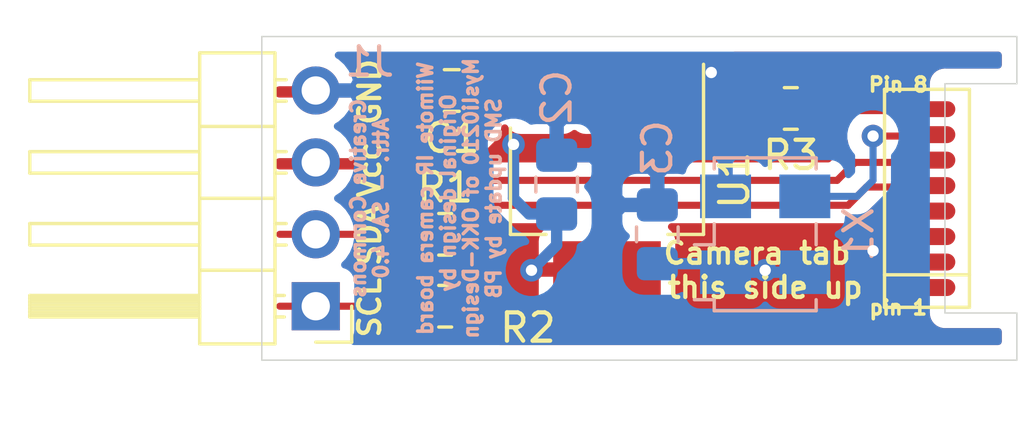
<source format=kicad_pcb>
(kicad_pcb (version 20171130) (host pcbnew "(5.1.12)-1")

  (general
    (thickness 1.6)
    (drawings 17)
    (tracks 54)
    (zones 0)
    (modules 10)
    (nets 8)
  )

  (page A4)
  (layers
    (0 F.Cu signal)
    (31 B.Cu signal)
    (32 B.Adhes user)
    (33 F.Adhes user)
    (34 B.Paste user)
    (35 F.Paste user)
    (36 B.SilkS user)
    (37 F.SilkS user)
    (38 B.Mask user)
    (39 F.Mask user)
    (40 Dwgs.User user)
    (41 Cmts.User user)
    (42 Eco1.User user)
    (43 Eco2.User user)
    (44 Edge.Cuts user)
    (45 Margin user)
    (46 B.CrtYd user)
    (47 F.CrtYd user)
    (48 B.Fab user)
    (49 F.Fab user)
  )

  (setup
    (last_trace_width 0.25)
    (user_trace_width 0.4)
    (trace_clearance 0.2)
    (zone_clearance 0.508)
    (zone_45_only no)
    (trace_min 0.2)
    (via_size 0.8)
    (via_drill 0.4)
    (via_min_size 0.4)
    (via_min_drill 0.3)
    (uvia_size 0.3)
    (uvia_drill 0.1)
    (uvias_allowed no)
    (uvia_min_size 0.2)
    (uvia_min_drill 0.1)
    (edge_width 0.05)
    (segment_width 0.2)
    (pcb_text_width 0.3)
    (pcb_text_size 1.5 1.5)
    (mod_edge_width 0.12)
    (mod_text_size 1 1)
    (mod_text_width 0.15)
    (pad_size 0.5 2)
    (pad_drill 0)
    (pad_to_mask_clearance 0.051)
    (solder_mask_min_width 0.25)
    (aux_axis_origin 0 0)
    (grid_origin 0 124.41)
    (visible_elements 7FFFFFFF)
    (pcbplotparams
      (layerselection 0x010fc_ffffffff)
      (usegerberextensions true)
      (usegerberattributes true)
      (usegerberadvancedattributes false)
      (creategerberjobfile false)
      (excludeedgelayer true)
      (linewidth 0.100000)
      (plotframeref false)
      (viasonmask false)
      (mode 1)
      (useauxorigin false)
      (hpglpennumber 1)
      (hpglpenspeed 20)
      (hpglpendiameter 15.000000)
      (psnegative false)
      (psa4output false)
      (plotreference true)
      (plotvalue false)
      (plotinvisibletext false)
      (padsonsilk false)
      (subtractmaskfromsilk true)
      (outputformat 1)
      (mirror false)
      (drillshape 0)
      (scaleselection 1)
      (outputdirectory "Gerbers/"))
  )

  (net 0 "")
  (net 1 3v3)
  (net 2 CLK)
  (net 3 VCC)
  (net 4 i2c_SCL)
  (net 5 i2c_SDA)
  (net 6 "Net-(R3-Pad1)")
  (net 7 GND)

  (net_class Default "This is the default net class."
    (clearance 0.2)
    (trace_width 0.25)
    (via_dia 0.8)
    (via_drill 0.4)
    (uvia_dia 0.3)
    (uvia_drill 0.1)
    (add_net 3v3)
    (add_net CLK)
    (add_net GND)
    (add_net "Net-(R3-Pad1)")
    (add_net VCC)
    (add_net i2c_SCL)
    (add_net i2c_SDA)
  )

  (module Resistor_SMD:R_0805_2012Metric_Pad1.20x1.40mm_HandSolder (layer F.Cu) (tedit 5F68FEEE) (tstamp 626C9B65)
    (at 159.655 121.235 180)
    (descr "Resistor SMD 0805 (2012 Metric), square (rectangular) end terminal, IPC_7351 nominal with elongated pad for handsoldering. (Body size source: IPC-SM-782 page 72, https://www.pcb-3d.com/wordpress/wp-content/uploads/ipc-sm-782a_amendment_1_and_2.pdf), generated with kicad-footprint-generator")
    (tags "resistor handsolder")
    (path /5DBC175A)
    (attr smd)
    (fp_text reference R3 (at 0 -1.65) (layer F.SilkS)
      (effects (font (size 1 1) (thickness 0.15)))
    )
    (fp_text value 33k (at 0 1.65) (layer F.Fab)
      (effects (font (size 1 1) (thickness 0.15)))
    )
    (fp_line (start -1 0.625) (end -1 -0.625) (layer F.Fab) (width 0.1))
    (fp_line (start -1 -0.625) (end 1 -0.625) (layer F.Fab) (width 0.1))
    (fp_line (start 1 -0.625) (end 1 0.625) (layer F.Fab) (width 0.1))
    (fp_line (start 1 0.625) (end -1 0.625) (layer F.Fab) (width 0.1))
    (fp_line (start -0.227064 -0.735) (end 0.227064 -0.735) (layer F.SilkS) (width 0.12))
    (fp_line (start -0.227064 0.735) (end 0.227064 0.735) (layer F.SilkS) (width 0.12))
    (fp_line (start -1.85 0.95) (end -1.85 -0.95) (layer F.CrtYd) (width 0.05))
    (fp_line (start -1.85 -0.95) (end 1.85 -0.95) (layer F.CrtYd) (width 0.05))
    (fp_line (start 1.85 -0.95) (end 1.85 0.95) (layer F.CrtYd) (width 0.05))
    (fp_line (start 1.85 0.95) (end -1.85 0.95) (layer F.CrtYd) (width 0.05))
    (fp_text user %R (at 0 0) (layer F.Fab)
      (effects (font (size 0.5 0.5) (thickness 0.08)))
    )
    (pad 1 smd roundrect (at -1 0 180) (size 1.2 1.4) (layers F.Cu F.Paste F.Mask) (roundrect_rratio 0.2083325)
      (net 6 "Net-(R3-Pad1)"))
    (pad 2 smd roundrect (at 1 0 180) (size 1.2 1.4) (layers F.Cu F.Paste F.Mask) (roundrect_rratio 0.2083325)
      (net 1 3v3))
    (model ${KISYS3DMOD}/Resistor_SMD.3dshapes/R_0805_2012Metric.wrl
      (at (xyz 0 0 0))
      (scale (xyz 1 1 1))
      (rotate (xyz 0 0 0))
    )
  )

  (module wiicam:wii_ir_cam (layer F.Cu) (tedit 626D918C) (tstamp 626DECED)
    (at 164.465 124.41 90)
    (path /5DBBEB03)
    (fp_text reference U2 (at 0.108 -2.54 90) (layer F.SilkS) hide
      (effects (font (size 1 1) (thickness 0.15)))
    )
    (fp_text value wiimote_ir_camera (at 0 2.6 90) (layer F.Fab)
      (effects (font (size 1 1) (thickness 0.15)))
    )
    (fp_line (start -3.6 1.25) (end -3.6 -1.25) (layer F.CrtYd) (width 0.05))
    (fp_line (start 3.6 1.25) (end -3.6 1.25) (layer F.CrtYd) (width 0.05))
    (fp_line (start 3.6 -1.25) (end 3.6 1.25) (layer F.CrtYd) (width 0.05))
    (fp_line (start -3.6 -1.25) (end 3.6 -1.25) (layer F.CrtYd) (width 0.05))
    (fp_line (start -2.7 -1.5) (end -2.7 1.5) (layer F.SilkS) (width 0.12))
    (fp_line (start -3.85 1.5) (end -3.85 -1.5) (layer F.SilkS) (width 0.12))
    (fp_line (start 3.85 1.5) (end -3.85 1.5) (layer F.SilkS) (width 0.12))
    (fp_line (start 3.85 -1.5) (end 3.85 1.5) (layer F.SilkS) (width 0.12))
    (fp_line (start -3.85 -1.5) (end 3.85 -1.5) (layer F.SilkS) (width 0.12))
    (pad 8 smd oval (at 3.15 0 90) (size 0.56 2) (layers F.Cu F.Paste F.Mask)
      (net 6 "Net-(R3-Pad1)"))
    (pad 7 smd oval (at 2.25 0 90) (size 0.6 2) (layers F.Cu F.Paste F.Mask)
      (net 2 CLK))
    (pad 6 smd oval (at 1.35 0 90) (size 0.6 2) (layers F.Cu F.Paste F.Mask)
      (net 5 i2c_SDA))
    (pad 5 smd oval (at 0.45 0 90) (size 0.6 2) (layers F.Cu F.Paste F.Mask)
      (net 4 i2c_SCL))
    (pad 4 smd oval (at -0.45 0 90) (size 0.6 2) (layers F.Cu F.Paste F.Mask))
    (pad 3 smd oval (at -1.35 0 90) (size 0.6 2) (layers F.Cu F.Paste F.Mask)
      (net 7 GND))
    (pad 2 smd oval (at -2.25 0 90) (size 0.6 2) (layers F.Cu F.Paste F.Mask)
      (net 7 GND))
    (pad 1 smd oval (at -3.15 0 90) (size 0.6 2) (layers F.Cu F.Paste F.Mask)
      (net 1 3v3))
  )

  (module Capacitor_SMD:C_0805_2012Metric_Pad1.18x1.45mm_HandSolder (layer B.Cu) (tedit 5F68FEEF) (tstamp 626E1B18)
    (at 154.94 125.68 90)
    (descr "Capacitor SMD 0805 (2012 Metric), square (rectangular) end terminal, IPC_7351 nominal with elongated pad for handsoldering. (Body size source: IPC-SM-782 page 76, https://www.pcb-3d.com/wordpress/wp-content/uploads/ipc-sm-782a_amendment_1_and_2.pdf, https://docs.google.com/spreadsheets/d/1BsfQQcO9C6DZCsRaXUlFlo91Tg2WpOkGARC1WS5S8t0/edit?usp=sharing), generated with kicad-footprint-generator")
    (tags "capacitor handsolder")
    (path /5DBC553F)
    (attr smd)
    (fp_text reference C3 (at 3.048 0 90) (layer B.SilkS)
      (effects (font (size 1 1) (thickness 0.15)) (justify mirror))
    )
    (fp_text value 10nF (at 0 -1.68 90) (layer B.Fab)
      (effects (font (size 1 1) (thickness 0.15)) (justify mirror))
    )
    (fp_line (start 1.88 -0.98) (end -1.88 -0.98) (layer B.CrtYd) (width 0.05))
    (fp_line (start 1.88 0.98) (end 1.88 -0.98) (layer B.CrtYd) (width 0.05))
    (fp_line (start -1.88 0.98) (end 1.88 0.98) (layer B.CrtYd) (width 0.05))
    (fp_line (start -1.88 -0.98) (end -1.88 0.98) (layer B.CrtYd) (width 0.05))
    (fp_line (start -0.261252 -0.735) (end 0.261252 -0.735) (layer B.SilkS) (width 0.12))
    (fp_line (start -0.261252 0.735) (end 0.261252 0.735) (layer B.SilkS) (width 0.12))
    (fp_line (start 1 -0.625) (end -1 -0.625) (layer B.Fab) (width 0.1))
    (fp_line (start 1 0.625) (end 1 -0.625) (layer B.Fab) (width 0.1))
    (fp_line (start -1 0.625) (end 1 0.625) (layer B.Fab) (width 0.1))
    (fp_line (start -1 -0.625) (end -1 0.625) (layer B.Fab) (width 0.1))
    (fp_text user %R (at 0 0 90) (layer B.Fab)
      (effects (font (size 0.5 0.5) (thickness 0.08)) (justify mirror))
    )
    (pad 2 smd roundrect (at 1.0375 0 90) (size 1.175 1.45) (layers B.Cu B.Paste B.Mask) (roundrect_rratio 0.2127659574468085)
      (net 7 GND))
    (pad 1 smd roundrect (at -1.0375 0 90) (size 1.175 1.45) (layers B.Cu B.Paste B.Mask) (roundrect_rratio 0.2127659574468085)
      (net 1 3v3))
    (model ${KISYS3DMOD}/Capacitor_SMD.3dshapes/C_0805_2012Metric.wrl
      (at (xyz 0 0 0))
      (scale (xyz 1 1 1))
      (rotate (xyz 0 0 0))
    )
  )

  (module Capacitor_SMD:C_0805_2012Metric_Pad1.18x1.45mm_HandSolder (layer F.Cu) (tedit 5F68FEEF) (tstamp 626C9D81)
    (at 147.6795 120.6 180)
    (descr "Capacitor SMD 0805 (2012 Metric), square (rectangular) end terminal, IPC_7351 nominal with elongated pad for handsoldering. (Body size source: IPC-SM-782 page 76, https://www.pcb-3d.com/wordpress/wp-content/uploads/ipc-sm-782a_amendment_1_and_2.pdf, https://docs.google.com/spreadsheets/d/1BsfQQcO9C6DZCsRaXUlFlo91Tg2WpOkGARC1WS5S8t0/edit?usp=sharing), generated with kicad-footprint-generator")
    (tags "capacitor handsolder")
    (path /626C4A64)
    (attr smd)
    (fp_text reference C1 (at 0 -1.68 180) (layer F.SilkS)
      (effects (font (size 1 1) (thickness 0.15)))
    )
    (fp_text value 10uF (at 0 1.68 180) (layer F.Fab)
      (effects (font (size 1 1) (thickness 0.15)))
    )
    (fp_line (start -1 0.625) (end -1 -0.625) (layer F.Fab) (width 0.1))
    (fp_line (start -1 -0.625) (end 1 -0.625) (layer F.Fab) (width 0.1))
    (fp_line (start 1 -0.625) (end 1 0.625) (layer F.Fab) (width 0.1))
    (fp_line (start 1 0.625) (end -1 0.625) (layer F.Fab) (width 0.1))
    (fp_line (start -0.261252 -0.735) (end 0.261252 -0.735) (layer F.SilkS) (width 0.12))
    (fp_line (start -0.261252 0.735) (end 0.261252 0.735) (layer F.SilkS) (width 0.12))
    (fp_line (start -1.88 0.98) (end -1.88 -0.98) (layer F.CrtYd) (width 0.05))
    (fp_line (start -1.88 -0.98) (end 1.88 -0.98) (layer F.CrtYd) (width 0.05))
    (fp_line (start 1.88 -0.98) (end 1.88 0.98) (layer F.CrtYd) (width 0.05))
    (fp_line (start 1.88 0.98) (end -1.88 0.98) (layer F.CrtYd) (width 0.05))
    (fp_text user %R (at 0 0 180) (layer F.Fab)
      (effects (font (size 0.5 0.5) (thickness 0.08)))
    )
    (pad 1 smd roundrect (at -1.0375 0 180) (size 1.175 1.45) (layers F.Cu F.Paste F.Mask) (roundrect_rratio 0.2127659574468085)
      (net 3 VCC))
    (pad 2 smd roundrect (at 1.0375 0 180) (size 1.175 1.45) (layers F.Cu F.Paste F.Mask) (roundrect_rratio 0.2127659574468085)
      (net 7 GND))
    (model ${KISYS3DMOD}/Capacitor_SMD.3dshapes/C_0805_2012Metric.wrl
      (at (xyz 0 0 0))
      (scale (xyz 1 1 1))
      (rotate (xyz 0 0 0))
    )
  )

  (module Resistor_SMD:R_0805_2012Metric_Pad1.20x1.40mm_HandSolder (layer F.Cu) (tedit 5F68FEEE) (tstamp 626E172C)
    (at 147.447 125.68)
    (descr "Resistor SMD 0805 (2012 Metric), square (rectangular) end terminal, IPC_7351 nominal with elongated pad for handsoldering. (Body size source: IPC-SM-782 page 72, https://www.pcb-3d.com/wordpress/wp-content/uploads/ipc-sm-782a_amendment_1_and_2.pdf), generated with kicad-footprint-generator")
    (tags "resistor handsolder")
    (path /5DBB89B3)
    (attr smd)
    (fp_text reference R1 (at 0 -1.65) (layer F.SilkS)
      (effects (font (size 1 1) (thickness 0.15)))
    )
    (fp_text value 2k7 (at 0 1.65) (layer F.Fab)
      (effects (font (size 1 1) (thickness 0.15)))
    )
    (fp_line (start -1 0.625) (end -1 -0.625) (layer F.Fab) (width 0.1))
    (fp_line (start -1 -0.625) (end 1 -0.625) (layer F.Fab) (width 0.1))
    (fp_line (start 1 -0.625) (end 1 0.625) (layer F.Fab) (width 0.1))
    (fp_line (start 1 0.625) (end -1 0.625) (layer F.Fab) (width 0.1))
    (fp_line (start -0.227064 -0.735) (end 0.227064 -0.735) (layer F.SilkS) (width 0.12))
    (fp_line (start -0.227064 0.735) (end 0.227064 0.735) (layer F.SilkS) (width 0.12))
    (fp_line (start -1.85 0.95) (end -1.85 -0.95) (layer F.CrtYd) (width 0.05))
    (fp_line (start -1.85 -0.95) (end 1.85 -0.95) (layer F.CrtYd) (width 0.05))
    (fp_line (start 1.85 -0.95) (end 1.85 0.95) (layer F.CrtYd) (width 0.05))
    (fp_line (start 1.85 0.95) (end -1.85 0.95) (layer F.CrtYd) (width 0.05))
    (fp_text user %R (at 0 0) (layer F.Fab)
      (effects (font (size 0.5 0.5) (thickness 0.08)))
    )
    (pad 1 smd roundrect (at -1 0) (size 1.2 1.4) (layers F.Cu F.Paste F.Mask) (roundrect_rratio 0.2083325)
      (net 5 i2c_SDA))
    (pad 2 smd roundrect (at 1 0) (size 1.2 1.4) (layers F.Cu F.Paste F.Mask) (roundrect_rratio 0.2083325)
      (net 1 3v3))
    (model ${KISYS3DMOD}/Resistor_SMD.3dshapes/R_0805_2012Metric.wrl
      (at (xyz 0 0 0))
      (scale (xyz 1 1 1))
      (rotate (xyz 0 0 0))
    )
  )

  (module Capacitor_SMD:C_0805_2012Metric_Pad1.18x1.45mm_HandSolder (layer B.Cu) (tedit 5F68FEEF) (tstamp 626C9DB1)
    (at 151.384 123.9235 90)
    (descr "Capacitor SMD 0805 (2012 Metric), square (rectangular) end terminal, IPC_7351 nominal with elongated pad for handsoldering. (Body size source: IPC-SM-782 page 76, https://www.pcb-3d.com/wordpress/wp-content/uploads/ipc-sm-782a_amendment_1_and_2.pdf, https://docs.google.com/spreadsheets/d/1BsfQQcO9C6DZCsRaXUlFlo91Tg2WpOkGARC1WS5S8t0/edit?usp=sharing), generated with kicad-footprint-generator")
    (tags "capacitor handsolder")
    (path /5DBCA2C2)
    (attr smd)
    (fp_text reference C2 (at 3.0695 0 90) (layer B.SilkS)
      (effects (font (size 1 1) (thickness 0.15)) (justify mirror))
    )
    (fp_text value 10uF (at 0 -1.68 90) (layer B.Fab)
      (effects (font (size 1 1) (thickness 0.15)) (justify mirror))
    )
    (fp_line (start -1 -0.625) (end -1 0.625) (layer B.Fab) (width 0.1))
    (fp_line (start -1 0.625) (end 1 0.625) (layer B.Fab) (width 0.1))
    (fp_line (start 1 0.625) (end 1 -0.625) (layer B.Fab) (width 0.1))
    (fp_line (start 1 -0.625) (end -1 -0.625) (layer B.Fab) (width 0.1))
    (fp_line (start -0.261252 0.735) (end 0.261252 0.735) (layer B.SilkS) (width 0.12))
    (fp_line (start -0.261252 -0.735) (end 0.261252 -0.735) (layer B.SilkS) (width 0.12))
    (fp_line (start -1.88 -0.98) (end -1.88 0.98) (layer B.CrtYd) (width 0.05))
    (fp_line (start -1.88 0.98) (end 1.88 0.98) (layer B.CrtYd) (width 0.05))
    (fp_line (start 1.88 0.98) (end 1.88 -0.98) (layer B.CrtYd) (width 0.05))
    (fp_line (start 1.88 -0.98) (end -1.88 -0.98) (layer B.CrtYd) (width 0.05))
    (fp_text user %R (at 0 0 90) (layer B.Fab)
      (effects (font (size 0.5 0.5) (thickness 0.08)) (justify mirror))
    )
    (pad 1 smd roundrect (at -1.0375 0 90) (size 1.175 1.45) (layers B.Cu B.Paste B.Mask) (roundrect_rratio 0.2127659574468085)
      (net 1 3v3))
    (pad 2 smd roundrect (at 1.0375 0 90) (size 1.175 1.45) (layers B.Cu B.Paste B.Mask) (roundrect_rratio 0.2127659574468085)
      (net 7 GND))
    (model ${KISYS3DMOD}/Capacitor_SMD.3dshapes/C_0805_2012Metric.wrl
      (at (xyz 0 0 0))
      (scale (xyz 1 1 1))
      (rotate (xyz 0 0 0))
    )
  )

  (module Connector_PinHeader_2.54mm:PinHeader_1x04_P2.54mm_Horizontal (layer F.Cu) (tedit 59FED5CB) (tstamp 626E2D20)
    (at 142.875 128.22 180)
    (descr "Through hole angled pin header, 1x04, 2.54mm pitch, 6mm pin length, single row")
    (tags "Through hole angled pin header THT 1x04 2.54mm single row")
    (path /5DBDC8BB)
    (fp_text reference J1 (at -1.905 8.636) (layer B.SilkS)
      (effects (font (size 1 1) (thickness 0.15)) (justify mirror))
    )
    (fp_text value Conn_01x04_Male (at 4.385 9.89) (layer F.Fab)
      (effects (font (size 1 1) (thickness 0.15)))
    )
    (fp_line (start 10.55 -1.8) (end -1.8 -1.8) (layer F.CrtYd) (width 0.05))
    (fp_line (start 10.55 9.4) (end 10.55 -1.8) (layer F.CrtYd) (width 0.05))
    (fp_line (start -1.8 9.4) (end 10.55 9.4) (layer F.CrtYd) (width 0.05))
    (fp_line (start -1.8 -1.8) (end -1.8 9.4) (layer F.CrtYd) (width 0.05))
    (fp_line (start -1.27 -1.27) (end 0 -1.27) (layer F.SilkS) (width 0.12))
    (fp_line (start -1.27 0) (end -1.27 -1.27) (layer F.SilkS) (width 0.12))
    (fp_line (start 1.042929 8) (end 1.44 8) (layer F.SilkS) (width 0.12))
    (fp_line (start 1.042929 7.24) (end 1.44 7.24) (layer F.SilkS) (width 0.12))
    (fp_line (start 10.1 8) (end 4.1 8) (layer F.SilkS) (width 0.12))
    (fp_line (start 10.1 7.24) (end 10.1 8) (layer F.SilkS) (width 0.12))
    (fp_line (start 4.1 7.24) (end 10.1 7.24) (layer F.SilkS) (width 0.12))
    (fp_line (start 1.44 6.35) (end 4.1 6.35) (layer F.SilkS) (width 0.12))
    (fp_line (start 1.042929 5.46) (end 1.44 5.46) (layer F.SilkS) (width 0.12))
    (fp_line (start 1.042929 4.7) (end 1.44 4.7) (layer F.SilkS) (width 0.12))
    (fp_line (start 10.1 5.46) (end 4.1 5.46) (layer F.SilkS) (width 0.12))
    (fp_line (start 10.1 4.7) (end 10.1 5.46) (layer F.SilkS) (width 0.12))
    (fp_line (start 4.1 4.7) (end 10.1 4.7) (layer F.SilkS) (width 0.12))
    (fp_line (start 1.44 3.81) (end 4.1 3.81) (layer F.SilkS) (width 0.12))
    (fp_line (start 1.042929 2.92) (end 1.44 2.92) (layer F.SilkS) (width 0.12))
    (fp_line (start 1.042929 2.16) (end 1.44 2.16) (layer F.SilkS) (width 0.12))
    (fp_line (start 10.1 2.92) (end 4.1 2.92) (layer F.SilkS) (width 0.12))
    (fp_line (start 10.1 2.16) (end 10.1 2.92) (layer F.SilkS) (width 0.12))
    (fp_line (start 4.1 2.16) (end 10.1 2.16) (layer F.SilkS) (width 0.12))
    (fp_line (start 1.44 1.27) (end 4.1 1.27) (layer F.SilkS) (width 0.12))
    (fp_line (start 1.11 0.38) (end 1.44 0.38) (layer F.SilkS) (width 0.12))
    (fp_line (start 1.11 -0.38) (end 1.44 -0.38) (layer F.SilkS) (width 0.12))
    (fp_line (start 4.1 0.28) (end 10.1 0.28) (layer F.SilkS) (width 0.12))
    (fp_line (start 4.1 0.16) (end 10.1 0.16) (layer F.SilkS) (width 0.12))
    (fp_line (start 4.1 0.04) (end 10.1 0.04) (layer F.SilkS) (width 0.12))
    (fp_line (start 4.1 -0.08) (end 10.1 -0.08) (layer F.SilkS) (width 0.12))
    (fp_line (start 4.1 -0.2) (end 10.1 -0.2) (layer F.SilkS) (width 0.12))
    (fp_line (start 4.1 -0.32) (end 10.1 -0.32) (layer F.SilkS) (width 0.12))
    (fp_line (start 10.1 0.38) (end 4.1 0.38) (layer F.SilkS) (width 0.12))
    (fp_line (start 10.1 -0.38) (end 10.1 0.38) (layer F.SilkS) (width 0.12))
    (fp_line (start 4.1 -0.38) (end 10.1 -0.38) (layer F.SilkS) (width 0.12))
    (fp_line (start 4.1 -1.33) (end 1.44 -1.33) (layer F.SilkS) (width 0.12))
    (fp_line (start 4.1 8.95) (end 4.1 -1.33) (layer F.SilkS) (width 0.12))
    (fp_line (start 1.44 8.95) (end 4.1 8.95) (layer F.SilkS) (width 0.12))
    (fp_line (start 1.44 -1.33) (end 1.44 8.95) (layer F.SilkS) (width 0.12))
    (fp_line (start 4.04 7.94) (end 10.04 7.94) (layer F.Fab) (width 0.1))
    (fp_line (start 10.04 7.3) (end 10.04 7.94) (layer F.Fab) (width 0.1))
    (fp_line (start 4.04 7.3) (end 10.04 7.3) (layer F.Fab) (width 0.1))
    (fp_line (start -0.32 7.94) (end 1.5 7.94) (layer F.Fab) (width 0.1))
    (fp_line (start -0.32 7.3) (end -0.32 7.94) (layer F.Fab) (width 0.1))
    (fp_line (start -0.32 7.3) (end 1.5 7.3) (layer F.Fab) (width 0.1))
    (fp_line (start 4.04 5.4) (end 10.04 5.4) (layer F.Fab) (width 0.1))
    (fp_line (start 10.04 4.76) (end 10.04 5.4) (layer F.Fab) (width 0.1))
    (fp_line (start 4.04 4.76) (end 10.04 4.76) (layer F.Fab) (width 0.1))
    (fp_line (start -0.32 5.4) (end 1.5 5.4) (layer F.Fab) (width 0.1))
    (fp_line (start -0.32 4.76) (end -0.32 5.4) (layer F.Fab) (width 0.1))
    (fp_line (start -0.32 4.76) (end 1.5 4.76) (layer F.Fab) (width 0.1))
    (fp_line (start 4.04 2.86) (end 10.04 2.86) (layer F.Fab) (width 0.1))
    (fp_line (start 10.04 2.22) (end 10.04 2.86) (layer F.Fab) (width 0.1))
    (fp_line (start 4.04 2.22) (end 10.04 2.22) (layer F.Fab) (width 0.1))
    (fp_line (start -0.32 2.86) (end 1.5 2.86) (layer F.Fab) (width 0.1))
    (fp_line (start -0.32 2.22) (end -0.32 2.86) (layer F.Fab) (width 0.1))
    (fp_line (start -0.32 2.22) (end 1.5 2.22) (layer F.Fab) (width 0.1))
    (fp_line (start 4.04 0.32) (end 10.04 0.32) (layer F.Fab) (width 0.1))
    (fp_line (start 10.04 -0.32) (end 10.04 0.32) (layer F.Fab) (width 0.1))
    (fp_line (start 4.04 -0.32) (end 10.04 -0.32) (layer F.Fab) (width 0.1))
    (fp_line (start -0.32 0.32) (end 1.5 0.32) (layer F.Fab) (width 0.1))
    (fp_line (start -0.32 -0.32) (end -0.32 0.32) (layer F.Fab) (width 0.1))
    (fp_line (start -0.32 -0.32) (end 1.5 -0.32) (layer F.Fab) (width 0.1))
    (fp_line (start 1.5 -0.635) (end 2.135 -1.27) (layer F.Fab) (width 0.1))
    (fp_line (start 1.5 8.89) (end 1.5 -0.635) (layer F.Fab) (width 0.1))
    (fp_line (start 4.04 8.89) (end 1.5 8.89) (layer F.Fab) (width 0.1))
    (fp_line (start 4.04 -1.27) (end 4.04 8.89) (layer F.Fab) (width 0.1))
    (fp_line (start 2.135 -1.27) (end 4.04 -1.27) (layer F.Fab) (width 0.1))
    (fp_text user %R (at 2.77 3.81 90) (layer F.Fab)
      (effects (font (size 1 1) (thickness 0.15)))
    )
    (pad 4 thru_hole oval (at 0 7.62 180) (size 1.7 1.7) (drill 1) (layers *.Cu *.Mask)
      (net 7 GND))
    (pad 3 thru_hole oval (at 0 5.08 180) (size 1.7 1.7) (drill 1) (layers *.Cu *.Mask)
      (net 3 VCC))
    (pad 2 thru_hole oval (at 0 2.54 180) (size 1.7 1.7) (drill 1) (layers *.Cu *.Mask)
      (net 5 i2c_SDA))
    (pad 1 thru_hole rect (at 0 0 180) (size 1.7 1.7) (drill 1) (layers *.Cu *.Mask)
      (net 4 i2c_SCL))
    (model ${KISYS3DMOD}/Connector_PinHeader_2.54mm.3dshapes/PinHeader_1x04_P2.54mm_Horizontal.wrl
      (at (xyz 0 0 0))
      (scale (xyz 1 1 1))
      (rotate (xyz 0 0 0))
    )
  )

  (module Resistor_SMD:R_0805_2012Metric_Pad1.20x1.40mm_HandSolder (layer F.Cu) (tedit 5F68FEEE) (tstamp 626E2853)
    (at 147.447 128.22)
    (descr "Resistor SMD 0805 (2012 Metric), square (rectangular) end terminal, IPC_7351 nominal with elongated pad for handsoldering. (Body size source: IPC-SM-782 page 72, https://www.pcb-3d.com/wordpress/wp-content/uploads/ipc-sm-782a_amendment_1_and_2.pdf), generated with kicad-footprint-generator")
    (tags "resistor handsolder")
    (path /5DBB9438)
    (attr smd)
    (fp_text reference R2 (at 2.921 0.762) (layer F.SilkS)
      (effects (font (size 1 1) (thickness 0.15)))
    )
    (fp_text value 2k7 (at 0 1.65) (layer F.Fab)
      (effects (font (size 1 1) (thickness 0.15)))
    )
    (fp_line (start 1.85 0.95) (end -1.85 0.95) (layer F.CrtYd) (width 0.05))
    (fp_line (start 1.85 -0.95) (end 1.85 0.95) (layer F.CrtYd) (width 0.05))
    (fp_line (start -1.85 -0.95) (end 1.85 -0.95) (layer F.CrtYd) (width 0.05))
    (fp_line (start -1.85 0.95) (end -1.85 -0.95) (layer F.CrtYd) (width 0.05))
    (fp_line (start -0.227064 0.735) (end 0.227064 0.735) (layer F.SilkS) (width 0.12))
    (fp_line (start -0.227064 -0.735) (end 0.227064 -0.735) (layer F.SilkS) (width 0.12))
    (fp_line (start 1 0.625) (end -1 0.625) (layer F.Fab) (width 0.1))
    (fp_line (start 1 -0.625) (end 1 0.625) (layer F.Fab) (width 0.1))
    (fp_line (start -1 -0.625) (end 1 -0.625) (layer F.Fab) (width 0.1))
    (fp_line (start -1 0.625) (end -1 -0.625) (layer F.Fab) (width 0.1))
    (fp_text user %R (at 0 0) (layer F.Fab)
      (effects (font (size 0.5 0.5) (thickness 0.08)))
    )
    (pad 2 smd roundrect (at 1 0) (size 1.2 1.4) (layers F.Cu F.Paste F.Mask) (roundrect_rratio 0.2083325)
      (net 1 3v3))
    (pad 1 smd roundrect (at -1 0) (size 1.2 1.4) (layers F.Cu F.Paste F.Mask) (roundrect_rratio 0.2083325)
      (net 4 i2c_SCL))
    (model ${KISYS3DMOD}/Resistor_SMD.3dshapes/R_0805_2012Metric.wrl
      (at (xyz 0 0 0))
      (scale (xyz 1 1 1))
      (rotate (xyz 0 0 0))
    )
  )

  (module Package_TO_SOT_SMD:SOT-223-3_TabPin2 (layer F.Cu) (tedit 5A02FF57) (tstamp 626E0DB2)
    (at 153.162 123.775 270)
    (descr "module CMS SOT223 4 pins")
    (tags "CMS SOT")
    (path /626C201F)
    (attr smd)
    (fp_text reference U1 (at 0 -4.5 90) (layer F.SilkS)
      (effects (font (size 1 1) (thickness 0.15)))
    )
    (fp_text value AMS1117-3.3 (at 0 4.5 90) (layer F.Fab)
      (effects (font (size 1 1) (thickness 0.15)))
    )
    (fp_line (start 1.85 -3.35) (end 1.85 3.35) (layer F.Fab) (width 0.1))
    (fp_line (start -1.85 3.35) (end 1.85 3.35) (layer F.Fab) (width 0.1))
    (fp_line (start -4.1 -3.41) (end 1.91 -3.41) (layer F.SilkS) (width 0.12))
    (fp_line (start -0.85 -3.35) (end 1.85 -3.35) (layer F.Fab) (width 0.1))
    (fp_line (start -1.85 3.41) (end 1.91 3.41) (layer F.SilkS) (width 0.12))
    (fp_line (start -1.85 -2.35) (end -1.85 3.35) (layer F.Fab) (width 0.1))
    (fp_line (start -1.85 -2.35) (end -0.85 -3.35) (layer F.Fab) (width 0.1))
    (fp_line (start -4.4 -3.6) (end -4.4 3.6) (layer F.CrtYd) (width 0.05))
    (fp_line (start -4.4 3.6) (end 4.4 3.6) (layer F.CrtYd) (width 0.05))
    (fp_line (start 4.4 3.6) (end 4.4 -3.6) (layer F.CrtYd) (width 0.05))
    (fp_line (start 4.4 -3.6) (end -4.4 -3.6) (layer F.CrtYd) (width 0.05))
    (fp_line (start 1.91 -3.41) (end 1.91 -2.15) (layer F.SilkS) (width 0.12))
    (fp_line (start 1.91 3.41) (end 1.91 2.15) (layer F.SilkS) (width 0.12))
    (fp_text user %R (at 0 0 270) (layer F.Fab)
      (effects (font (size 0.8 0.8) (thickness 0.12)))
    )
    (pad 1 smd rect (at -3.15 -2.3 270) (size 2 1.5) (layers F.Cu F.Paste F.Mask)
      (net 7 GND))
    (pad 3 smd rect (at -3.15 2.3 270) (size 2 1.5) (layers F.Cu F.Paste F.Mask)
      (net 3 VCC))
    (pad 2 smd rect (at -3.15 0 270) (size 2 1.5) (layers F.Cu F.Paste F.Mask)
      (net 1 3v3))
    (pad 2 smd rect (at 3.15 0 270) (size 2 3.8) (layers F.Cu F.Paste F.Mask)
      (net 1 3v3))
    (model ${KISYS3DMOD}/Package_TO_SOT_SMD.3dshapes/SOT-223.wrl
      (at (xyz 0 0 0))
      (scale (xyz 1 1 1))
      (rotate (xyz 0 0 0))
    )
  )

  (module Oscillator:Oscillator_SMD_TXC_7C-4Pin_5.0x3.2mm_HandSoldering (layer B.Cu) (tedit 58CD3345) (tstamp 626E06AB)
    (at 158.75 125.68 90)
    (descr "Miniature Crystal Clock Oscillator TXC 7C series, http://www.txccorp.com/download/products/osc/7C_o.pdf, hand-soldering, 5.0x3.2mm^2 package")
    (tags "SMD SMT crystal oscillator hand-soldering")
    (path /626C7E4D)
    (attr smd)
    (fp_text reference X1 (at 0 3.3 90) (layer B.SilkS)
      (effects (font (size 1 1) (thickness 0.15)) (justify mirror))
    )
    (fp_text value S53305-25.000-X (at 0 -3.3 90) (layer B.Fab)
      (effects (font (size 1 1) (thickness 0.15)) (justify mirror))
    )
    (fp_circle (center 0 0) (end 0.116667 0) (layer B.Adhes) (width 0.233333))
    (fp_circle (center 0 0) (end 0.266667 0) (layer B.Adhes) (width 0.166667))
    (fp_circle (center 0 0) (end 0.416667 0) (layer B.Adhes) (width 0.166667))
    (fp_circle (center 0 0) (end 0.5 0) (layer B.Adhes) (width 0.1))
    (fp_line (start 2.8 2.6) (end -2.8 2.6) (layer B.CrtYd) (width 0.05))
    (fp_line (start 2.8 -2.6) (end 2.8 2.6) (layer B.CrtYd) (width 0.05))
    (fp_line (start -2.8 -2.6) (end 2.8 -2.6) (layer B.CrtYd) (width 0.05))
    (fp_line (start -2.8 2.6) (end -2.8 -2.6) (layer B.CrtYd) (width 0.05))
    (fp_line (start -0.37 -1.8) (end -0.37 -2.5) (layer B.SilkS) (width 0.12))
    (fp_line (start 0.37 -1.8) (end -0.37 -1.8) (layer B.SilkS) (width 0.12))
    (fp_line (start -2.7 1.8) (end -2.31 1.8) (layer B.SilkS) (width 0.12))
    (fp_line (start -2.7 -1.8) (end -2.7 1.8) (layer B.SilkS) (width 0.12))
    (fp_line (start -2.31 -1.8) (end -2.7 -1.8) (layer B.SilkS) (width 0.12))
    (fp_line (start -2.31 -2.5) (end -2.31 -1.8) (layer B.SilkS) (width 0.12))
    (fp_line (start -0.37 1.8) (end 0.37 1.8) (layer B.SilkS) (width 0.12))
    (fp_line (start 2.7 -1.8) (end 2.31 -1.8) (layer B.SilkS) (width 0.12))
    (fp_line (start 2.7 1.8) (end 2.7 -1.8) (layer B.SilkS) (width 0.12))
    (fp_line (start 2.31 1.8) (end 2.7 1.8) (layer B.SilkS) (width 0.12))
    (fp_line (start -2.5 -0.6) (end -1.5 -1.6) (layer B.Fab) (width 0.1))
    (fp_line (start -2.5 1.4) (end -2.3 1.6) (layer B.Fab) (width 0.1))
    (fp_line (start -2.5 -1.4) (end -2.5 1.4) (layer B.Fab) (width 0.1))
    (fp_line (start -2.3 -1.6) (end -2.5 -1.4) (layer B.Fab) (width 0.1))
    (fp_line (start 2.3 -1.6) (end -2.3 -1.6) (layer B.Fab) (width 0.1))
    (fp_line (start 2.5 -1.4) (end 2.3 -1.6) (layer B.Fab) (width 0.1))
    (fp_line (start 2.5 1.4) (end 2.5 -1.4) (layer B.Fab) (width 0.1))
    (fp_line (start 2.3 1.6) (end 2.5 1.4) (layer B.Fab) (width 0.1))
    (fp_line (start -2.3 1.6) (end 2.3 1.6) (layer B.Fab) (width 0.1))
    (fp_text user %R (at 0 0 90) (layer B.Fab)
      (effects (font (size 1 1) (thickness 0.15)) (justify mirror))
    )
    (pad 4 smd rect (at -1.34 1.4 90) (size 1.54 1.8) (layers B.Cu B.Paste B.Mask)
      (net 1 3v3))
    (pad 3 smd rect (at 1.34 1.4 90) (size 1.54 1.8) (layers B.Cu B.Paste B.Mask)
      (net 2 CLK))
    (pad 2 smd rect (at 1.34 -1.4 90) (size 1.54 1.8) (layers B.Cu B.Paste B.Mask)
      (net 7 GND))
    (pad 1 smd rect (at -1.34 -1.4 90) (size 1.54 1.8) (layers B.Cu B.Paste B.Mask)
      (net 1 3v3))
    (model ${KISYS3DMOD}/Oscillator.3dshapes/Oscillator_SMD_TXC_7C-4Pin_5.0x3.2mm_HandSoldering.wrl
      (at (xyz 0 0 0))
      (scale (xyz 1 1 1))
      (rotate (xyz 0 0 0))
    )
  )

  (gr_text "Camera tab \nthis side up" (at 158.75 126.95) (layer F.SilkS)
    (effects (font (size 0.75 0.75) (thickness 0.15)))
  )
  (gr_line (start 167.64 128.46) (end 167.64 130.125) (layer Edge.Cuts) (width 0.05) (tstamp 626E046D))
  (gr_line (start 167.64 118.695) (end 167.64 120.36) (layer Edge.Cuts) (width 0.05) (tstamp 626E1A4E))
  (gr_line (start 165.1 128.46) (end 167.64 128.46) (layer Edge.Cuts) (width 0.05) (tstamp 626DFD95))
  (gr_line (start 165.1 120.36) (end 167.64 120.36) (layer Edge.Cuts) (width 0.05))
  (gr_line (start 167.64 118.695) (end 140.97 118.695) (layer Edge.Cuts) (width 0.05) (tstamp 626C9EB6))
  (gr_line (start 165.1 128.46) (end 165.1 120.36) (layer Edge.Cuts) (width 0.05) (tstamp 626E1AF5))
  (gr_line (start 140.97 118.695) (end 140.97 130.125) (layer Edge.Cuts) (width 0.05) (tstamp 626E31A3))
  (gr_line (start 140.97 130.125) (end 167.64 130.125) (layer Edge.Cuts) (width 0.05) (tstamp 626C9EBF))
  (gr_text "Creative Commons\nAttr. - SA. 4.0" (at 144.78 124.41 90) (layer B.SilkS) (tstamp 626C9ECE)
    (effects (font (size 0.5 0.5) (thickness 0.125)) (justify mirror))
  )
  (gr_text GND (at 144.78 120.65 90) (layer F.SilkS) (tstamp 626E319A)
    (effects (font (size 0.75 0.75) (thickness 0.15)))
  )
  (gr_text SCL (at 144.78 128.27 90) (layer F.SilkS) (tstamp 626E3197)
    (effects (font (size 0.75 0.75) (thickness 0.15)))
  )
  (gr_text "Pin 8" (at 163.449 120.396) (layer F.SilkS) (tstamp 626C9EC8)
    (effects (font (size 0.5 0.5) (thickness 0.125)))
  )
  (gr_text SDA (at 144.78 125.73 90) (layer F.SilkS) (tstamp 626E319D)
    (effects (font (size 0.75 0.75) (thickness 0.15)))
  )
  (gr_text Vcc (at 144.78 123.394 90) (layer F.SilkS) (tstamp 626E31A0)
    (effects (font (size 0.75 0.75) (thickness 0.15)))
  )
  (gr_text "Wiimote IR camera board\nOriginal design by \nMysli0210 of OKK-Design\nSMD update by PB" (at 147.955 124.41 90) (layer B.SilkS) (tstamp 626E318B)
    (effects (font (size 0.5 0.5) (thickness 0.125)) (justify mirror))
  )
  (gr_text "pin 1" (at 163.449 128.27) (layer F.SilkS) (tstamp 626C9ED7)
    (effects (font (size 0.5 0.5) (thickness 0.125)))
  )

  (via (at 158.75 126.95) (size 0.8) (drill 0.4) (layers F.Cu B.Cu) (net 1) (tstamp 626E14AE))
  (segment (start 158.82 127.02) (end 158.75 126.95) (width 0.4) (layer B.Cu) (net 1))
  (segment (start 160.15 127.02) (end 158.82 127.02) (width 0.4) (layer B.Cu) (net 1))
  (segment (start 158.68 127.02) (end 158.75 126.95) (width 0.4) (layer B.Cu) (net 1))
  (segment (start 157.35 127.02) (end 158.68 127.02) (width 0.4) (layer B.Cu) (net 1))
  (segment (start 157.0475 126.7175) (end 157.35 127.02) (width 0.4) (layer B.Cu) (net 1))
  (segment (start 154.94 126.7175) (end 157.0475 126.7175) (width 0.4) (layer B.Cu) (net 1))
  (via (at 150.495 126.95) (size 0.8) (drill 0.4) (layers F.Cu B.Cu) (net 1))
  (segment (start 150.52 126.925) (end 150.495 126.95) (width 0.4) (layer F.Cu) (net 1))
  (segment (start 153.162 126.925) (end 150.52 126.925) (width 0.4) (layer F.Cu) (net 1))
  (segment (start 151.384 126.061) (end 150.495 126.95) (width 0.4) (layer B.Cu) (net 1))
  (segment (start 151.384 124.961) (end 151.384 126.061) (width 0.4) (layer B.Cu) (net 1))
  (segment (start 151.384 124.961) (end 150.411 124.961) (width 0.4) (layer B.Cu) (net 1))
  (via (at 149.86 122.505) (size 0.8) (drill 0.4) (layers F.Cu B.Cu) (net 1))
  (segment (start 149.86 124.41) (end 149.86 122.505) (width 0.4) (layer B.Cu) (net 1))
  (segment (start 150.411 124.961) (end 149.86 124.41) (width 0.4) (layer B.Cu) (net 1))
  (via (at 162.56 122.21) (size 0.8) (drill 0.4) (layers F.Cu B.Cu) (net 2))
  (segment (start 164.465 122.21) (end 162.56 122.21) (width 0.25) (layer F.Cu) (net 2))
  (segment (start 162.56 122.21) (end 162.56 123.775) (width 0.25) (layer B.Cu) (net 2))
  (segment (start 161.995 124.34) (end 160.15 124.34) (width 0.25) (layer B.Cu) (net 2))
  (segment (start 162.56 123.775) (end 161.995 124.34) (width 0.25) (layer B.Cu) (net 2))
  (segment (start 150.862 120.65) (end 148.767 120.65) (width 0.4) (layer F.Cu) (net 3))
  (segment (start 148.717 121.87) (end 148.717 120.6) (width 0.4) (layer F.Cu) (net 3))
  (segment (start 147.397 123.19) (end 148.717 121.87) (width 0.4) (layer F.Cu) (net 3))
  (segment (start 141.605 123.19) (end 147.397 123.19) (width 0.4) (layer F.Cu) (net 3))
  (segment (start 141.605 128.22) (end 144.415 128.22) (width 0.25) (layer F.Cu) (net 4))
  (segment (start 146.447 127.52) (end 146.447 128.22) (width 0.25) (layer F.Cu) (net 4))
  (segment (start 147.52199 126.44501) (end 146.447 127.52) (width 0.25) (layer F.Cu) (net 4))
  (segment (start 147.52199 124.99182) (end 147.52199 126.44501) (width 0.25) (layer F.Cu) (net 4))
  (segment (start 147.85882 124.65499) (end 147.52199 124.99182) (width 0.25) (layer F.Cu) (net 4))
  (segment (start 162.325 124.01) (end 161.68001 124.65499) (width 0.25) (layer F.Cu) (net 4))
  (segment (start 164.465 124.01) (end 162.325 124.01) (width 0.25) (layer F.Cu) (net 4))
  (segment (start 161.68001 124.65499) (end 147.85882 124.65499) (width 0.25) (layer F.Cu) (net 4))
  (segment (start 144.415 128.22) (end 146.447 128.22) (width 0.25) (layer F.Cu) (net 4))
  (segment (start 141.605 125.68) (end 144.415 125.68) (width 0.25) (layer F.Cu) (net 5))
  (segment (start 164.435 123.14) (end 164.465 123.11) (width 0.25) (layer F.Cu) (net 5))
  (segment (start 161.925 123.14) (end 164.435 123.14) (width 0.25) (layer F.Cu) (net 5))
  (segment (start 161.29 123.775) (end 161.925 123.14) (width 0.25) (layer F.Cu) (net 5))
  (segment (start 146.447 124.98) (end 147.652 123.775) (width 0.25) (layer F.Cu) (net 5))
  (segment (start 146.447 125.68) (end 146.447 124.98) (width 0.25) (layer F.Cu) (net 5))
  (segment (start 147.652 123.775) (end 161.29 123.775) (width 0.25) (layer F.Cu) (net 5))
  (segment (start 144.415 125.68) (end 146.447 125.68) (width 0.25) (layer F.Cu) (net 5))
  (segment (start 160.73 121.31) (end 160.655 121.235) (width 0.25) (layer F.Cu) (net 6))
  (segment (start 164.465 121.31) (end 160.73 121.31) (width 0.25) (layer F.Cu) (net 6))
  (via (at 162.56 126.26) (size 0.8) (drill 0.4) (layers F.Cu B.Cu) (net 7))
  (segment (start 163.01 125.81) (end 162.56 126.26) (width 0.4) (layer F.Cu) (net 7))
  (segment (start 164.465 125.81) (end 163.01 125.81) (width 0.4) (layer F.Cu) (net 7))
  (segment (start 163.01 126.71) (end 162.56 126.26) (width 0.4) (layer F.Cu) (net 7))
  (segment (start 164.465 126.71) (end 163.01 126.71) (width 0.4) (layer F.Cu) (net 7))
  (segment (start 146.592 120.65) (end 146.642 120.6) (width 0.4) (layer F.Cu) (net 7))
  (segment (start 141.605 120.65) (end 146.592 120.65) (width 0.4) (layer F.Cu) (net 7))
  (via (at 156.845 119.965) (size 0.8) (drill 0.4) (layers F.Cu B.Cu) (net 7))
  (segment (start 156.185 120.625) (end 156.845 119.965) (width 0.4) (layer F.Cu) (net 7))
  (segment (start 155.462 120.625) (end 156.185 120.625) (width 0.4) (layer F.Cu) (net 7))

  (zone (net 7) (net_name GND) (layer B.Cu) (tstamp 626E3454) (hatch edge 0.508)
    (connect_pads (clearance 0.508))
    (min_thickness 0.254)
    (fill yes (arc_segments 32) (thermal_gap 0.508) (thermal_bridge_width 0.508))
    (polygon
      (pts
        (xy 167.64 130.125) (xy 140.97 130.125) (xy 140.97 118.695) (xy 167.64 118.695)
      )
    )
    (filled_polygon
      (pts
        (xy 166.980001 119.7) (xy 165.132419 119.7) (xy 165.1 119.696807) (xy 165.067581 119.7) (xy 164.970617 119.70955)
        (xy 164.846207 119.74729) (xy 164.73155 119.808575) (xy 164.631052 119.891052) (xy 164.548575 119.99155) (xy 164.48729 120.106207)
        (xy 164.44955 120.230617) (xy 164.436807 120.36) (xy 164.440001 120.392429) (xy 164.44 128.427581) (xy 164.436807 128.46)
        (xy 164.44955 128.589383) (xy 164.48729 128.713793) (xy 164.548575 128.82845) (xy 164.631052 128.928948) (xy 164.73155 129.011425)
        (xy 164.846207 129.07271) (xy 164.970617 129.11045) (xy 165.1 129.123193) (xy 165.132419 129.12) (xy 166.98 129.12)
        (xy 166.980001 129.465) (xy 144.222295 129.465) (xy 144.255537 129.424494) (xy 144.314502 129.31418) (xy 144.350812 129.194482)
        (xy 144.363072 129.07) (xy 144.363072 127.37) (xy 144.350812 127.245518) (xy 144.314502 127.12582) (xy 144.255537 127.015506)
        (xy 144.176185 126.918815) (xy 144.079494 126.839463) (xy 143.96918 126.780498) (xy 143.89662 126.758487) (xy 144.028475 126.626632)
        (xy 144.19099 126.383411) (xy 144.302932 126.113158) (xy 144.36 125.82626) (xy 144.36 125.53374) (xy 144.302932 125.246842)
        (xy 144.19099 124.976589) (xy 144.028475 124.733368) (xy 143.821632 124.526525) (xy 143.64724 124.41) (xy 143.821632 124.293475)
        (xy 144.028475 124.086632) (xy 144.19099 123.843411) (xy 144.302932 123.573158) (xy 144.36 123.28626) (xy 144.36 122.99374)
        (xy 144.302932 122.706842) (xy 144.19099 122.436589) (xy 144.168588 122.403061) (xy 148.825 122.403061) (xy 148.825 122.606939)
        (xy 148.864774 122.806898) (xy 148.942795 122.995256) (xy 149.025001 123.118286) (xy 149.025 124.368981) (xy 149.02096 124.41)
        (xy 149.025 124.451018) (xy 149.037082 124.573688) (xy 149.084828 124.731086) (xy 149.162364 124.876145) (xy 149.266709 125.003291)
        (xy 149.298578 125.029445) (xy 149.791558 125.522426) (xy 149.817709 125.554291) (xy 149.944854 125.658636) (xy 150.089913 125.736172)
        (xy 150.150666 125.754601) (xy 150.170595 125.791886) (xy 150.281038 125.926462) (xy 150.291651 125.935172) (xy 150.193102 125.954774)
        (xy 150.004744 126.032795) (xy 149.835226 126.146063) (xy 149.691063 126.290226) (xy 149.577795 126.459744) (xy 149.499774 126.648102)
        (xy 149.46 126.848061) (xy 149.46 127.051939) (xy 149.499774 127.251898) (xy 149.577795 127.440256) (xy 149.691063 127.609774)
        (xy 149.835226 127.753937) (xy 150.004744 127.867205) (xy 150.193102 127.945226) (xy 150.393061 127.985) (xy 150.596939 127.985)
        (xy 150.796898 127.945226) (xy 150.985256 127.867205) (xy 151.154774 127.753937) (xy 151.298937 127.609774) (xy 151.412205 127.440256)
        (xy 151.490226 127.251898) (xy 151.519092 127.106776) (xy 151.945432 126.680437) (xy 151.977291 126.654291) (xy 152.081636 126.527146)
        (xy 152.159172 126.382087) (xy 152.206918 126.224689) (xy 152.218357 126.108545) (xy 152.352386 126.036905) (xy 152.486962 125.926462)
        (xy 152.597405 125.791886) (xy 152.679472 125.63835) (xy 152.730008 125.471754) (xy 152.747072 125.2985) (xy 152.747072 125.23)
        (xy 153.576928 125.23) (xy 153.589188 125.354482) (xy 153.625498 125.47418) (xy 153.684463 125.584494) (xy 153.763815 125.681185)
        (xy 153.843594 125.746658) (xy 153.837038 125.752038) (xy 153.726595 125.886614) (xy 153.644528 126.04015) (xy 153.593992 126.206746)
        (xy 153.576928 126.38) (xy 153.576928 127.055) (xy 153.593992 127.228254) (xy 153.644528 127.39485) (xy 153.726595 127.548386)
        (xy 153.837038 127.682962) (xy 153.971614 127.793405) (xy 154.12515 127.875472) (xy 154.291746 127.926008) (xy 154.465 127.943072)
        (xy 155.415 127.943072) (xy 155.588254 127.926008) (xy 155.75485 127.875472) (xy 155.81707 127.842214) (xy 155.824188 127.914482)
        (xy 155.860498 128.03418) (xy 155.919463 128.144494) (xy 155.998815 128.241185) (xy 156.095506 128.320537) (xy 156.20582 128.379502)
        (xy 156.325518 128.415812) (xy 156.45 128.428072) (xy 158.25 128.428072) (xy 158.374482 128.415812) (xy 158.49418 128.379502)
        (xy 158.604494 128.320537) (xy 158.701185 128.241185) (xy 158.75 128.181704) (xy 158.798815 128.241185) (xy 158.895506 128.320537)
        (xy 159.00582 128.379502) (xy 159.125518 128.415812) (xy 159.25 128.428072) (xy 161.05 128.428072) (xy 161.174482 128.415812)
        (xy 161.29418 128.379502) (xy 161.404494 128.320537) (xy 161.501185 128.241185) (xy 161.580537 128.144494) (xy 161.639502 128.03418)
        (xy 161.675812 127.914482) (xy 161.688072 127.79) (xy 161.688072 126.25) (xy 161.675812 126.125518) (xy 161.639502 126.00582)
        (xy 161.580537 125.895506) (xy 161.501185 125.798815) (xy 161.404494 125.719463) (xy 161.330665 125.68) (xy 161.404494 125.640537)
        (xy 161.501185 125.561185) (xy 161.580537 125.464494) (xy 161.639502 125.35418) (xy 161.675812 125.234482) (xy 161.688072 125.11)
        (xy 161.688072 125.1) (xy 161.957678 125.1) (xy 161.995 125.103676) (xy 162.032322 125.1) (xy 162.032333 125.1)
        (xy 162.143986 125.089003) (xy 162.287247 125.045546) (xy 162.419276 124.974974) (xy 162.535001 124.880001) (xy 162.558803 124.850998)
        (xy 163.071002 124.3388) (xy 163.100001 124.315001) (xy 163.194974 124.199276) (xy 163.265546 124.067247) (xy 163.309003 123.923986)
        (xy 163.32 123.812333) (xy 163.32 123.812325) (xy 163.323676 123.775) (xy 163.32 123.737675) (xy 163.32 122.913711)
        (xy 163.363937 122.869774) (xy 163.477205 122.700256) (xy 163.555226 122.511898) (xy 163.595 122.311939) (xy 163.595 122.108061)
        (xy 163.555226 121.908102) (xy 163.477205 121.719744) (xy 163.363937 121.550226) (xy 163.219774 121.406063) (xy 163.050256 121.292795)
        (xy 162.861898 121.214774) (xy 162.661939 121.175) (xy 162.458061 121.175) (xy 162.258102 121.214774) (xy 162.069744 121.292795)
        (xy 161.900226 121.406063) (xy 161.756063 121.550226) (xy 161.642795 121.719744) (xy 161.564774 121.908102) (xy 161.525 122.108061)
        (xy 161.525 122.311939) (xy 161.564774 122.511898) (xy 161.642795 122.700256) (xy 161.756063 122.869774) (xy 161.8 122.913711)
        (xy 161.800001 123.460198) (xy 161.688072 123.572127) (xy 161.688072 123.57) (xy 161.675812 123.445518) (xy 161.639502 123.32582)
        (xy 161.580537 123.215506) (xy 161.501185 123.118815) (xy 161.404494 123.039463) (xy 161.29418 122.980498) (xy 161.174482 122.944188)
        (xy 161.05 122.931928) (xy 159.25 122.931928) (xy 159.125518 122.944188) (xy 159.00582 122.980498) (xy 158.895506 123.039463)
        (xy 158.798815 123.118815) (xy 158.75 123.178296) (xy 158.701185 123.118815) (xy 158.604494 123.039463) (xy 158.49418 122.980498)
        (xy 158.374482 122.944188) (xy 158.25 122.931928) (xy 157.63575 122.935) (xy 157.477 123.09375) (xy 157.477 124.213)
        (xy 157.497 124.213) (xy 157.497 124.467) (xy 157.477 124.467) (xy 157.477 124.487) (xy 157.223 124.487)
        (xy 157.223 124.467) (xy 157.203 124.467) (xy 157.203 124.213) (xy 157.223 124.213) (xy 157.223 123.09375)
        (xy 157.06425 122.935) (xy 156.45 122.931928) (xy 156.325518 122.944188) (xy 156.20582 122.980498) (xy 156.095506 123.039463)
        (xy 155.998815 123.118815) (xy 155.919463 123.215506) (xy 155.860498 123.32582) (xy 155.8258 123.440205) (xy 155.789482 123.429188)
        (xy 155.665 123.416928) (xy 155.22575 123.42) (xy 155.067 123.57875) (xy 155.067 124.5155) (xy 155.087 124.5155)
        (xy 155.087 124.7695) (xy 155.067 124.7695) (xy 155.067 124.7895) (xy 154.813 124.7895) (xy 154.813 124.7695)
        (xy 153.73875 124.7695) (xy 153.58 124.92825) (xy 153.576928 125.23) (xy 152.747072 125.23) (xy 152.747072 124.6235)
        (xy 152.730008 124.450246) (xy 152.679472 124.28365) (xy 152.597405 124.130114) (xy 152.535761 124.055) (xy 153.576928 124.055)
        (xy 153.58 124.35675) (xy 153.73875 124.5155) (xy 154.813 124.5155) (xy 154.813 123.57875) (xy 154.65425 123.42)
        (xy 154.215 123.416928) (xy 154.090518 123.429188) (xy 153.97082 123.465498) (xy 153.860506 123.524463) (xy 153.763815 123.603815)
        (xy 153.684463 123.700506) (xy 153.625498 123.81082) (xy 153.589188 123.930518) (xy 153.576928 124.055) (xy 152.535761 124.055)
        (xy 152.486962 123.995538) (xy 152.480406 123.990158) (xy 152.560185 123.924685) (xy 152.639537 123.827994) (xy 152.698502 123.71768)
        (xy 152.734812 123.597982) (xy 152.747072 123.4735) (xy 152.744 123.17175) (xy 152.58525 123.013) (xy 151.511 123.013)
        (xy 151.511 123.033) (xy 151.257 123.033) (xy 151.257 123.013) (xy 151.237 123.013) (xy 151.237 122.759)
        (xy 151.257 122.759) (xy 151.257 121.82225) (xy 151.511 121.82225) (xy 151.511 122.759) (xy 152.58525 122.759)
        (xy 152.744 122.60025) (xy 152.747072 122.2985) (xy 152.734812 122.174018) (xy 152.698502 122.05432) (xy 152.639537 121.944006)
        (xy 152.560185 121.847315) (xy 152.463494 121.767963) (xy 152.35318 121.708998) (xy 152.233482 121.672688) (xy 152.109 121.660428)
        (xy 151.66975 121.6635) (xy 151.511 121.82225) (xy 151.257 121.82225) (xy 151.09825 121.6635) (xy 150.659 121.660428)
        (xy 150.534518 121.672688) (xy 150.495171 121.684624) (xy 150.350256 121.587795) (xy 150.161898 121.509774) (xy 149.961939 121.47)
        (xy 149.758061 121.47) (xy 149.558102 121.509774) (xy 149.369744 121.587795) (xy 149.200226 121.701063) (xy 149.056063 121.845226)
        (xy 148.942795 122.014744) (xy 148.864774 122.203102) (xy 148.825 122.403061) (xy 144.168588 122.403061) (xy 144.028475 122.193368)
        (xy 143.821632 121.986525) (xy 143.639466 121.864805) (xy 143.756355 121.795178) (xy 143.972588 121.600269) (xy 144.146641 121.36692)
        (xy 144.271825 121.104099) (xy 144.316476 120.95689) (xy 144.195155 120.727) (xy 143.002 120.727) (xy 143.002 120.747)
        (xy 142.748 120.747) (xy 142.748 120.727) (xy 142.728 120.727) (xy 142.728 120.473) (xy 142.748 120.473)
        (xy 142.748 120.453) (xy 143.002 120.453) (xy 143.002 120.473) (xy 144.195155 120.473) (xy 144.316476 120.24311)
        (xy 144.271825 120.095901) (xy 144.146641 119.83308) (xy 143.972588 119.599731) (xy 143.756355 119.404822) (xy 143.672715 119.355)
        (xy 166.98 119.355)
      )
    )
  )
  (zone (net 1) (net_name 3v3) (layer F.Cu) (tstamp 626E3451) (hatch edge 0.508)
    (connect_pads (clearance 0.508))
    (min_thickness 0.254)
    (fill yes (arc_segments 32) (thermal_gap 0.508) (thermal_bridge_width 0.508))
    (polygon
      (pts
        (xy 167.64 130.125) (xy 140.97 130.125) (xy 140.97 118.695) (xy 167.64 118.695)
      )
    )
    (filled_polygon
      (pts
        (xy 162.825476 124.86) (xy 162.838234 124.989532) (xy 162.688913 125.034828) (xy 162.543854 125.112364) (xy 162.416709 125.216709)
        (xy 162.40051 125.236448) (xy 162.258102 125.264774) (xy 162.069744 125.342795) (xy 161.900226 125.456063) (xy 161.756063 125.600226)
        (xy 161.642795 125.769744) (xy 161.564774 125.958102) (xy 161.525 126.158061) (xy 161.525 126.361939) (xy 161.564774 126.561898)
        (xy 161.642795 126.750256) (xy 161.756063 126.919774) (xy 161.900226 127.063937) (xy 162.069744 127.177205) (xy 162.258102 127.255226)
        (xy 162.40051 127.283552) (xy 162.416709 127.303291) (xy 162.543854 127.407636) (xy 162.684228 127.482668) (xy 162.688913 127.485172)
        (xy 162.846311 127.532918) (xy 163.009999 127.54904) (xy 163.051018 127.545) (xy 163.461479 127.545) (xy 163.581708 127.581471)
        (xy 163.719068 127.595) (xy 164.44 127.595) (xy 164.44 127.707) (xy 164.338 127.707) (xy 164.338 127.687)
        (xy 162.99921 127.687) (xy 162.869937 127.830347) (xy 162.917018 127.973862) (xy 163.014052 128.131343) (xy 163.139945 128.266867)
        (xy 163.289858 128.375227) (xy 163.458031 128.452258) (xy 163.638 128.495) (xy 164.440254 128.495) (xy 164.44955 128.589383)
        (xy 164.48729 128.713793) (xy 164.548575 128.82845) (xy 164.570343 128.854974) (xy 164.631052 128.928948) (xy 164.73155 129.011425)
        (xy 164.846207 129.07271) (xy 164.970617 129.11045) (xy 165.1 129.123193) (xy 165.132419 129.12) (xy 166.98 129.12)
        (xy 166.980001 129.465) (xy 149.374436 129.465) (xy 149.401494 129.450537) (xy 149.498185 129.371185) (xy 149.577537 129.274494)
        (xy 149.636502 129.16418) (xy 149.672812 129.044482) (xy 149.685072 128.92) (xy 149.682 128.50575) (xy 149.52325 128.347)
        (xy 148.574 128.347) (xy 148.574 128.367) (xy 148.32 128.367) (xy 148.32 128.347) (xy 148.3 128.347)
        (xy 148.3 128.093) (xy 148.32 128.093) (xy 148.32 127.04375) (xy 148.22625 126.95) (xy 148.32 126.85625)
        (xy 148.32 125.807) (xy 148.574 125.807) (xy 148.574 126.85625) (xy 148.66775 126.95) (xy 148.574 127.04375)
        (xy 148.574 128.093) (xy 149.52325 128.093) (xy 149.682 127.93425) (xy 149.682068 127.925) (xy 150.623928 127.925)
        (xy 150.636188 128.049482) (xy 150.672498 128.16918) (xy 150.731463 128.279494) (xy 150.810815 128.376185) (xy 150.907506 128.455537)
        (xy 151.01782 128.514502) (xy 151.137518 128.550812) (xy 151.262 128.563072) (xy 152.87625 128.56) (xy 153.035 128.40125)
        (xy 153.035 127.052) (xy 153.289 127.052) (xy 153.289 128.40125) (xy 153.44775 128.56) (xy 155.062 128.563072)
        (xy 155.186482 128.550812) (xy 155.30618 128.514502) (xy 155.416494 128.455537) (xy 155.513185 128.376185) (xy 155.592537 128.279494)
        (xy 155.651502 128.16918) (xy 155.687812 128.049482) (xy 155.700072 127.925) (xy 155.697 127.21075) (xy 155.53825 127.052)
        (xy 153.289 127.052) (xy 153.035 127.052) (xy 150.78575 127.052) (xy 150.627 127.21075) (xy 150.623928 127.925)
        (xy 149.682068 127.925) (xy 149.685072 127.52) (xy 149.672812 127.395518) (xy 149.636502 127.27582) (xy 149.577537 127.165506)
        (xy 149.498185 127.068815) (xy 149.401494 126.989463) (xy 149.327665 126.95) (xy 149.401494 126.910537) (xy 149.498185 126.831185)
        (xy 149.577537 126.734494) (xy 149.636502 126.62418) (xy 149.672812 126.504482) (xy 149.685072 126.38) (xy 149.682 125.96575)
        (xy 149.52325 125.807) (xy 148.574 125.807) (xy 148.32 125.807) (xy 148.3 125.807) (xy 148.3 125.553)
        (xy 148.32 125.553) (xy 148.32 125.533) (xy 148.574 125.533) (xy 148.574 125.553) (xy 149.52325 125.553)
        (xy 149.66126 125.41499) (xy 150.882494 125.41499) (xy 150.810815 125.473815) (xy 150.731463 125.570506) (xy 150.672498 125.68082)
        (xy 150.636188 125.800518) (xy 150.623928 125.925) (xy 150.627 126.63925) (xy 150.78575 126.798) (xy 153.035 126.798)
        (xy 153.035 126.778) (xy 153.289 126.778) (xy 153.289 126.798) (xy 155.53825 126.798) (xy 155.697 126.63925)
        (xy 155.700072 125.925) (xy 155.687812 125.800518) (xy 155.651502 125.68082) (xy 155.592537 125.570506) (xy 155.513185 125.473815)
        (xy 155.441506 125.41499) (xy 161.642688 125.41499) (xy 161.68001 125.418666) (xy 161.717332 125.41499) (xy 161.717343 125.41499)
        (xy 161.828996 125.403993) (xy 161.972257 125.360536) (xy 162.104286 125.289964) (xy 162.220011 125.194991) (xy 162.243813 125.165988)
        (xy 162.639802 124.77) (xy 162.83434 124.77)
      )
    )
    (filled_polygon
      (pts
        (xy 166.980001 119.7) (xy 165.132419 119.7) (xy 165.1 119.696807) (xy 165.067581 119.7) (xy 164.970617 119.70955)
        (xy 164.846207 119.74729) (xy 164.73155 119.808575) (xy 164.631052 119.891052) (xy 164.548575 119.99155) (xy 164.48729 120.106207)
        (xy 164.44955 120.230617) (xy 164.438284 120.345) (xy 163.700053 120.345) (xy 163.565629 120.35824) (xy 163.393151 120.41056)
        (xy 163.234194 120.495524) (xy 163.167815 120.55) (xy 161.857278 120.55) (xy 161.825472 120.445149) (xy 161.743405 120.291613)
        (xy 161.632962 120.157038) (xy 161.498387 120.046595) (xy 161.344851 119.964528) (xy 161.178255 119.913992) (xy 161.005001 119.896928)
        (xy 160.304999 119.896928) (xy 160.131745 119.913992) (xy 159.965149 119.964528) (xy 159.811613 120.046595) (xy 159.730363 120.113276)
        (xy 159.706185 120.083815) (xy 159.609494 120.004463) (xy 159.49918 119.945498) (xy 159.379482 119.909188) (xy 159.255 119.896928)
        (xy 158.94075 119.9) (xy 158.782 120.05875) (xy 158.782 121.108) (xy 158.802 121.108) (xy 158.802 121.362)
        (xy 158.782 121.362) (xy 158.782 122.41125) (xy 158.94075 122.57) (xy 159.255 122.573072) (xy 159.379482 122.560812)
        (xy 159.49918 122.524502) (xy 159.609494 122.465537) (xy 159.706185 122.386185) (xy 159.730363 122.356724) (xy 159.811613 122.423405)
        (xy 159.965149 122.505472) (xy 160.131745 122.556008) (xy 160.304999 122.573072) (xy 161.005001 122.573072) (xy 161.178255 122.556008)
        (xy 161.344851 122.505472) (xy 161.498387 122.423405) (xy 161.540326 122.388987) (xy 161.557383 122.474741) (xy 161.500724 122.505026)
        (xy 161.384999 122.599999) (xy 161.3612 122.628998) (xy 160.975199 123.015) (xy 148.752868 123.015) (xy 149.278433 122.489436)
        (xy 149.310291 122.463291) (xy 149.350064 122.414828) (xy 149.414636 122.336146) (xy 149.492172 122.191087) (xy 149.539918 122.033689)
        (xy 149.550889 121.922296) (xy 149.581463 121.979494) (xy 149.660815 122.076185) (xy 149.757506 122.155537) (xy 149.86782 122.214502)
        (xy 149.987518 122.250812) (xy 150.112 122.263072) (xy 151.612 122.263072) (xy 151.736482 122.250812) (xy 151.85618 122.214502)
        (xy 151.966494 122.155537) (xy 152.012 122.118191) (xy 152.057506 122.155537) (xy 152.16782 122.214502) (xy 152.287518 122.250812)
        (xy 152.412 122.263072) (xy 152.87625 122.26) (xy 153.035 122.10125) (xy 153.035 120.752) (xy 153.015 120.752)
        (xy 153.015 120.498) (xy 153.035 120.498) (xy 153.035 120.478) (xy 153.289 120.478) (xy 153.289 120.498)
        (xy 153.309 120.498) (xy 153.309 120.752) (xy 153.289 120.752) (xy 153.289 122.10125) (xy 153.44775 122.26)
        (xy 153.912 122.263072) (xy 154.036482 122.250812) (xy 154.15618 122.214502) (xy 154.266494 122.155537) (xy 154.312 122.118191)
        (xy 154.357506 122.155537) (xy 154.46782 122.214502) (xy 154.587518 122.250812) (xy 154.712 122.263072) (xy 156.212 122.263072)
        (xy 156.336482 122.250812) (xy 156.45618 122.214502) (xy 156.566494 122.155537) (xy 156.663185 122.076185) (xy 156.742537 121.979494)
        (xy 156.766319 121.935) (xy 157.416928 121.935) (xy 157.429188 122.059482) (xy 157.465498 122.17918) (xy 157.524463 122.289494)
        (xy 157.603815 122.386185) (xy 157.700506 122.465537) (xy 157.81082 122.524502) (xy 157.930518 122.560812) (xy 158.055 122.573072)
        (xy 158.36925 122.57) (xy 158.528 122.41125) (xy 158.528 121.362) (xy 157.57875 121.362) (xy 157.42 121.52075)
        (xy 157.416928 121.935) (xy 156.766319 121.935) (xy 156.801502 121.86918) (xy 156.837812 121.749482) (xy 156.850072 121.625)
        (xy 156.850072 121.140795) (xy 157.001775 120.989092) (xy 157.146898 120.960226) (xy 157.335256 120.882205) (xy 157.419087 120.826191)
        (xy 157.42 120.94925) (xy 157.57875 121.108) (xy 158.528 121.108) (xy 158.528 120.05875) (xy 158.36925 119.9)
        (xy 158.055 119.896928) (xy 157.930518 119.909188) (xy 157.88 119.924512) (xy 157.88 119.863061) (xy 157.840226 119.663102)
        (xy 157.762205 119.474744) (xy 157.682195 119.355) (xy 166.98 119.355)
      )
    )
  )
)

</source>
